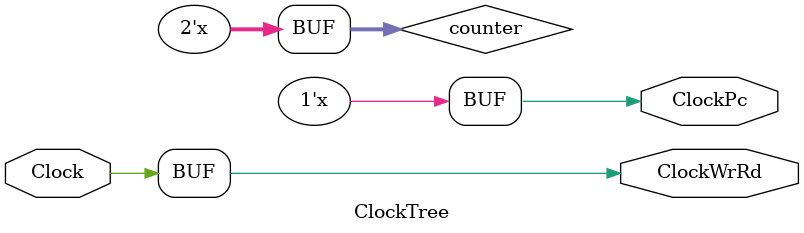
<source format=v>
`timescale 1ns / 1ps
module ClockTree(
    input Clock,
    output ClockPc,
    output ClockWrRd
    );
reg [1:0] counter = 0;

assign  ClockPc = counter[1];
assign ClockWrRd  = Clock;

always@( Clock)
begin
	counter = counter + 1;
	
end

endmodule

</source>
